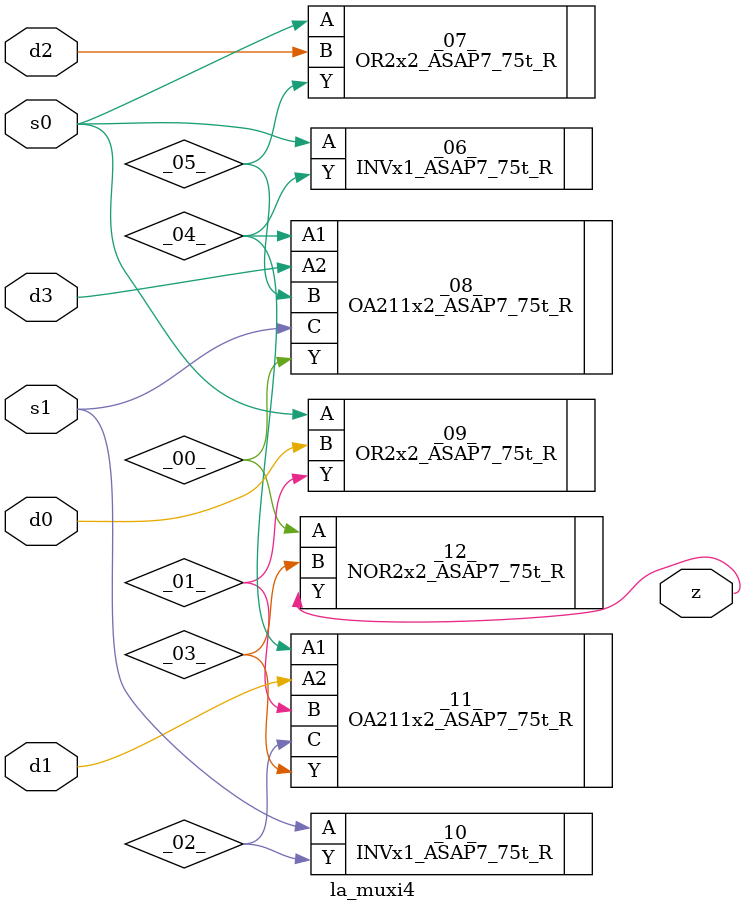
<source format=v>

/* Generated by Yosys 0.44 (git sha1 80ba43d26, g++ 11.4.0-1ubuntu1~22.04 -fPIC -O3) */

(* top =  1  *)
(* src = "generated" *)
module la_muxi4 (
    d0,
    d1,
    d2,
    d3,
    s0,
    s1,
    z
);
  wire _00_;
  wire _01_;
  wire _02_;
  wire _03_;
  wire _04_;
  wire _05_;
  (* src = "generated" *)
  input d0;
  wire d0;
  (* src = "generated" *)
  input d1;
  wire d1;
  (* src = "generated" *)
  input d2;
  wire d2;
  (* src = "generated" *)
  input d3;
  wire d3;
  (* src = "generated" *)
  input s0;
  wire s0;
  (* src = "generated" *)
  input s1;
  wire s1;
  (* src = "generated" *)
  output z;
  wire z;
  INVx1_ASAP7_75t_R _06_ (
      .A(s0),
      .Y(_04_)
  );
  OR2x2_ASAP7_75t_R _07_ (
      .A(s0),
      .B(d2),
      .Y(_05_)
  );
  OA211x2_ASAP7_75t_R _08_ (
      .A1(_04_),
      .A2(d3),
      .B (_05_),
      .C (s1),
      .Y (_00_)
  );
  OR2x2_ASAP7_75t_R _09_ (
      .A(s0),
      .B(d0),
      .Y(_01_)
  );
  INVx1_ASAP7_75t_R _10_ (
      .A(s1),
      .Y(_02_)
  );
  OA211x2_ASAP7_75t_R _11_ (
      .A1(_04_),
      .A2(d1),
      .B (_01_),
      .C (_02_),
      .Y (_03_)
  );
  NOR2x2_ASAP7_75t_R _12_ (
      .A(_00_),
      .B(_03_),
      .Y(z)
  );
endmodule

</source>
